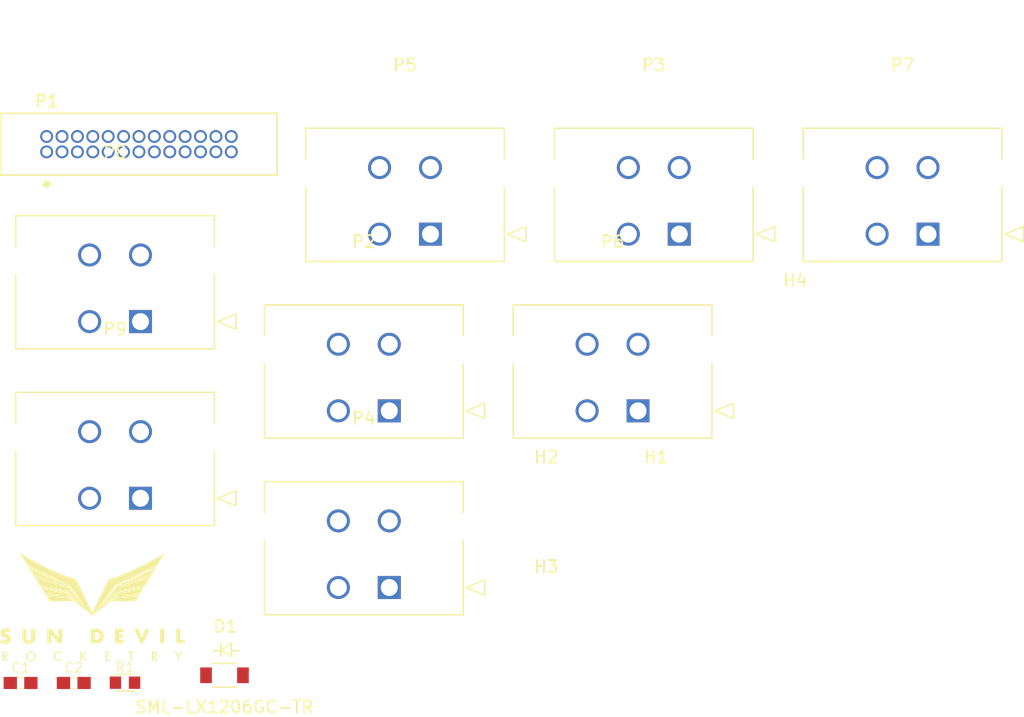
<source format=kicad_pcb>
(kicad_pcb (version 20211014) (generator pcbnew)
  (title_block (title "PT-Hub") (date "2022-06-26") (rev "v01") (company "Sun Devil Rocketry") (comment 1 "Author: Katie Herrington"))
  (layers (0 "F.Cu" signal) (31 "B.Cu" signal) (34 "B.Paste" user) (35 "F.Paste" user) (36 "B.SilkS" user "B.Silkscreen") (37 "F.SilkS" user "F.Silkscreen") (38 "B.Mask" user) (39 "F.Mask" user) (44 "Edge.Cuts" user))
  (net 0 "")
  (net 1 "5V")
  (net 2 "Earth")
  (net 3 "Net-(D1-Pad1)")
  (net 4 "PT1+")
  (net 5 "PT1-")
  (net 6 "PT2+")
  (net 7 "PT2-")
  (net 8 "PT3+")
  (net 9 "PT3-")
  (net 10 "PT4+")
  (net 11 "PT4-")
  (net 12 "PT5+")
  (net 13 "PT5-")
  (net 14 "PT6+")
  (net 15 "PT6-")
  (net 16 "PT7+")
  (net 17 "PT7-")
  (net 18 "PT8+")
  (net 19 "PT8-")
  (footprint "PT-Hub:CAP_0603" (layer "F.Cu") (at 92.02 146.05)
    (fp_text reference "C2" (at 0 -1.27) (layer "F.SilkS") (effects (font (size 0.8 0.8) (thickness 0.0762))))
    (fp_text value "1uF")
    (pad "1" smd rect (at -0.85 0) (size 1.1 1) (layers "F.Cu" "F.Paste" "F.Mask") (net 1 "5V"))
    (pad "2" smd rect (at 0.85 0) (size 1.1 1) (layers "F.Cu" "F.Paste" "F.Mask") (net 2 "Earth"))
  )
  (footprint "PT-Hub:39299043" (layer "F.Cu") (at 138.586584 123.5766)
    (fp_text reference "P6" (at -2.100001 -13.97) (layer "F.SilkS"))
    (fp_text value "39299043" hide)
    (fp_text user "*" (at 0 0) (layer "F.SilkS"))
    (pad "" np_thru_hole circle (at -8.899975 -5.04) (size 2.999999 2.999999) (drill 2.999999) (layers *.Cu *.Mask))
    (pad "" np_thru_hole circle (at 4.699998 -5.04) (size 2.999999 2.999999) (drill 2.999999) (layers *.Cu *.Mask))
    (pad "1" thru_hole rect (at 0 0) (size 1.9 1.9) (drill 1.4) (layers *.Cu *.Mask) (net 1 "5V"))
    (pad "2" thru_hole circle (at -4.199999 0) (size 1.9 1.9) (drill 1.4) (layers *.Cu *.Mask) (net 14 "PT6+"))
    (pad "3" thru_hole circle (at 0 -5.499999) (size 1.9 1.9) (drill 1.4) (layers *.Cu *.Mask) (net 15 "PT6-"))
    (pad "4" thru_hole circle (at -4.199999 -5.499999) (size 1.9 1.9) (drill 1.4) (layers *.Cu *.Mask) (net 2 "Earth"))
  )
  (footprint "PT-Hub:MountingHole_4.3mm_M4_DIN965" (layer "F.Cu") (at 131.0166 141.1966)
    (fp_text reference "H3" (at 0 -4.75) (layer "F.SilkS"))
    (fp_text value "Mounting-Hole")
    (pad "" np_thru_hole circle (at 0 0) (size 4.3 4.3) (drill 4.3) (layers *.Cu *.Mask))
  )
  (footprint "PT-Hub:RES_0603" (layer "F.Cu") (at 96.2466 146.0266)
    (fp_text reference "R1" (at 0 -1.27) (layer "F.SilkS") (effects (font (size 0.8 0.8) (thickness 0.0762))))
    (fp_text value "750")
    (pad "1" smd rect (at -0.79 0) (size 0.94 1.02) (layers "F.Cu" "F.Paste" "F.Mask") (net 2 "Earth"))
    (pad "2" smd rect (at 0.79 0) (size 0.94 1.02) (layers "F.Cu" "F.Paste" "F.Mask") (net 3 "Net-(D1-Pad1)"))
  )
  (footprint "PT-Hub:20021511-00026T4LF" (layer "F.Cu") (at 97.4001 101.5551)
    (fp_text reference "P1" (at -7.62 -3.556) (layer "F.SilkS") (effects (font (size 0.9906 0.9906) (thickness 0.1778))))
    (fp_text value "20021511-00026T4LF")
    (pad "1" thru_hole circle (at -7.62 0.635) (size 1.0668 1.0668) (drill 0.7366) (layers *.Cu *.Mask) (net 1 "5V"))
    (pad "2" thru_hole circle (at -7.62 -0.635) (size 1.0668 1.0668) (drill 0.7366) (layers *.Cu *.Mask) (net 1 "5V"))
    (pad "3" thru_hole circle (at -6.35 0.635) (size 1.0668 1.0668) (drill 0.7366) (layers *.Cu *.Mask) (net 1 "5V"))
    (pad "4" thru_hole circle (at -6.35 -0.635) (size 1.0668 1.0668) (drill 0.7366) (layers *.Cu *.Mask) (net 1 "5V"))
    (pad "5" thru_hole circle (at -5.08 0.635) (size 1.0668 1.0668) (drill 0.7366) (layers *.Cu *.Mask) (net 4 "PT1+"))
    (pad "6" thru_hole circle (at -5.08 -0.635) (size 1.0668 1.0668) (drill 0.7366) (layers *.Cu *.Mask) (net 5 "PT1-"))
    (pad "7" thru_hole circle (at -3.81 0.635) (size 1.0668 1.0668) (drill 0.7366) (layers *.Cu *.Mask) (net 6 "PT2+"))
    (pad "8" thru_hole circle (at -3.81 -0.635) (size 1.0668 1.0668) (drill 0.7366) (layers *.Cu *.Mask) (net 7 "PT2-"))
    (pad "9" thru_hole circle (at -2.54 0.635) (size 1.0668 1.0668) (drill 0.7366) (layers *.Cu *.Mask) (net 8 "PT3+"))
    (pad "10" thru_hole circle (at -2.54 -0.635) (size 1.0668 1.0668) (drill 0.7366) (layers *.Cu *.Mask) (net 9 "PT3-"))
    (pad "11" thru_hole circle (at -1.27 0.635) (size 1.0668 1.0668) (drill 0.7366) (layers *.Cu *.Mask) (net 10 "PT4+"))
    (pad "12" thru_hole circle (at -1.27 -0.635) (size 1.0668 1.0668) (drill 0.7366) (layers *.Cu *.Mask) (net 11 "PT4-"))
    (pad "13" thru_hole circle (at 0 0.635) (size 1.0668 1.0668) (drill 0.7366) (layers *.Cu *.Mask) (net 12 "PT5+"))
    (pad "14" thru_hole circle (at 0 -0.635) (size 1.0668 1.0668) (drill 0.7366) (layers *.Cu *.Mask) (net 13 "PT5-"))
    (pad "15" thru_hole circle (at 1.27 0.635) (size 1.0668 1.0668) (drill 0.7366) (layers *.Cu *.Mask) (net 14 "PT6+"))
    (pad "16" thru_hole circle (at 1.27 -0.635) (size 1.0668 1.0668) (drill 0.7366) (layers *.Cu *.Mask) (net 15 "PT6-"))
    (pad "17" thru_hole circle (at 2.54 0.635) (size 1.0668 1.0668) (drill 0.7366) (layers *.Cu *.Mask) (net 16 "PT7+"))
    (pad "18" thru_hole circle (at 2.54 -0.635) (size 1.0668 1.0668) (drill 0.7366) (layers *.Cu *.Mask) (net 17 "PT7-"))
    (pad "19" thru_hole circle (at 3.81 0.635) (size 1.0668 1.0668) (drill 0.7366) (layers *.Cu *.Mask) (net 18 "PT8+"))
    (pad "20" thru_hole circle (at 3.81 -0.635) (size 1.0668 1.0668) (drill 0.7366) (layers *.Cu *.Mask) (net 19 "PT8-"))
    (pad "21" thru_hole circle (at 5.08 0.635) (size 1.0668 1.0668) (drill 0.7366) (layers *.Cu *.Mask) (net 2 "Earth"))
    (pad "22" thru_hole circle (at 5.08 -0.635) (size 1.0668 1.0668) (drill 0.7366) (layers *.Cu *.Mask) (net 2 "Earth"))
    (pad "23" thru_hole circle (at 6.35 0.635) (size 1.0668 1.0668) (drill 0.7366) (layers *.Cu *.Mask) (net 2 "Earth"))
    (pad "24" thru_hole circle (at 6.35 -0.635) (size 1.0668 1.0668) (drill 0.7366) (layers *.Cu *.Mask) (net 2 "Earth"))
    (pad "25" thru_hole circle (at 7.62 0.635) (size 1.0668 1.0668) (drill 0.7366) (layers *.Cu *.Mask) (net 2 "Earth"))
    (pad "26" thru_hole circle (at 7.62 -0.635) (size 1.0668 1.0668) (drill 0.7366) (layers *.Cu *.Mask) (net 2 "Earth"))
  )
  (footprint "PT-Hub:MountingHole_4.3mm_M4_DIN965" (layer "F.Cu") (at 140.0666 132.1466)
    (fp_text reference "H1" (at 0 -4.75) (layer "F.SilkS"))
    (fp_text value "Mounting-Hole")
    (pad "" np_thru_hole circle (at 0 0) (size 4.3 4.3) (drill 4.3) (layers *.Cu *.Mask))
  )
  (footprint "PT-Hub:39299043" (layer "F.Cu") (at 141.986584 108.9866)
    (fp_text reference "P3" (at -2.100001 -13.97) (layer "F.SilkS"))
    (fp_text value "39299043" hide)
    (fp_text user "*" (at 0 0) (layer "F.SilkS"))
    (pad "" np_thru_hole circle (at 4.699998 -5.04) (size 2.999999 2.999999) (drill 2.999999) (layers *.Cu *.Mask))
    (pad "" np_thru_hole circle (at -8.899975 -5.04) (size 2.999999 2.999999) (drill 2.999999) (layers *.Cu *.Mask))
    (pad "1" thru_hole rect (at 0 0) (size 1.9 1.9) (drill 1.4) (layers *.Cu *.Mask) (net 1 "5V"))
    (pad "2" thru_hole circle (at -4.199999 0) (size 1.9 1.9) (drill 1.4) (layers *.Cu *.Mask) (net 16 "PT7+"))
    (pad "3" thru_hole circle (at 0 -5.499999) (size 1.9 1.9) (drill 1.4) (layers *.Cu *.Mask) (net 17 "PT7-"))
    (pad "4" thru_hole circle (at -4.199999 -5.499999) (size 1.9 1.9) (drill 1.4) (layers *.Cu *.Mask) (net 2 "Earth"))
  )
  (footprint "PT-Hub:39299043" (layer "F.Cu") (at 97.526584 116.2066)
    (fp_text reference "P8" (at -2.100001 -13.97) (layer "F.SilkS"))
    (fp_text value "39299043" hide)
    (fp_text user "*" (at 0 0) (layer "F.SilkS"))
    (pad "" np_thru_hole circle (at 4.699998 -5.04) (size 2.999999 2.999999) (drill 2.999999) (layers *.Cu *.Mask))
    (pad "" np_thru_hole circle (at -8.899975 -5.04) (size 2.999999 2.999999) (drill 2.999999) (layers *.Cu *.Mask))
    (pad "1" thru_hole rect (at 0 0) (size 1.9 1.9) (drill 1.4) (layers *.Cu *.Mask) (net 1 "5V"))
    (pad "2" thru_hole circle (at -4.199999 0) (size 1.9 1.9) (drill 1.4) (layers *.Cu *.Mask) (net 10 "PT4+"))
    (pad "3" thru_hole circle (at 0 -5.499999) (size 1.9 1.9) (drill 1.4) (layers *.Cu *.Mask) (net 11 "PT4-"))
    (pad "4" thru_hole circle (at -4.199999 -5.499999) (size 1.9 1.9) (drill 1.4) (layers *.Cu *.Mask) (net 2 "Earth"))
  )
  (footprint "PT-Hub:CAP_0603" (layer "F.Cu") (at 87.63 146.05)
    (fp_text reference "C1" (at 0 -1.27) (layer "F.SilkS") (effects (font (size 0.8 0.8) (thickness 0.0762))))
    (fp_text value "1uF")
    (pad "1" smd rect (at -0.85 0) (size 1.1 1) (layers "F.Cu" "F.Paste" "F.Mask") (net 1 "5V"))
    (pad "2" smd rect (at 0.85 0) (size 1.1 1) (layers "F.Cu" "F.Paste" "F.Mask") (net 2 "Earth"))
  )
  (footprint "PT-Hub:39299043" (layer "F.Cu") (at 118.056584 123.5766)
    (fp_text reference "P2" (at -2.100001 -13.97) (layer "F.SilkS"))
    (fp_text value "39299043" hide)
    (fp_text user "*" (at 0 0) (layer "F.SilkS"))
    (pad "" np_thru_hole circle (at 4.699998 -5.04) (size 2.999999 2.999999) (drill 2.999999) (layers *.Cu *.Mask))
    (pad "" np_thru_hole circle (at -8.899975 -5.04) (size 2.999999 2.999999) (drill 2.999999) (layers *.Cu *.Mask))
    (pad "1" thru_hole rect (at 0 0) (size 1.9 1.9) (drill 1.4) (layers *.Cu *.Mask) (net 1 "5V"))
    (pad "2" thru_hole circle (at -4.199999 0) (size 1.9 1.9) (drill 1.4) (layers *.Cu *.Mask) (net 12 "PT5+"))
    (pad "3" thru_hole circle (at 0 -5.499999) (size 1.9 1.9) (drill 1.4) (layers *.Cu *.Mask) (net 13 "PT5-"))
    (pad "4" thru_hole circle (at -4.199999 -5.499999) (size 1.9 1.9) (drill 1.4) (layers *.Cu *.Mask) (net 2 "Earth"))
  )
  (footprint "PT-Hub:SML-LX1206GC-TR" (layer "F.Cu") (at 104.4572 145.4132)
    (fp_text reference "D1" (at 0.0762 -4.0386) (layer "F.SilkS"))
    (fp_text value "SML-LX1206GC-TR" (at 0 2.6162) (layer "F.SilkS"))
    (pad "1" smd rect (at -1.524 0) (size 0.9652 1.2954) (layers "F.Cu" "F.Paste" "F.Mask") (net 3 "Net-(D1-Pad1)"))
    (pad "2" smd rect (at 1.524 0) (size 0.9652 1.2954) (layers "F.Cu" "F.Paste" "F.Mask") (net 1 "5V"))
  )
  (footprint "PT-Hub:MountingHole_4.3mm_M4_DIN965" (layer "F.Cu") (at 151.5466 117.5566)
    (fp_text reference "H4" (at 0 -4.75) (layer "F.SilkS"))
    (fp_text value "Mounting-Hole")
    (pad "" np_thru_hole circle (at 0 0) (size 4.3 4.3) (drill 4.3) (layers *.Cu *.Mask))
  )
  (footprint "PT-Hub:39299043" (layer "F.Cu") (at 121.456584 108.9866)
    (fp_text reference "P5" (at -2.100001 -13.97) (layer "F.SilkS"))
    (fp_text value "39299043" hide)
    (fp_text user "*" (at 0 0) (layer "F.SilkS"))
    (pad "" np_thru_hole circle (at -8.899975 -5.04) (size 2.999999 2.999999) (drill 2.999999) (layers *.Cu *.Mask))
    (pad "" np_thru_hole circle (at 4.699998 -5.04) (size 2.999999 2.999999) (drill 2.999999) (layers *.Cu *.Mask))
    (pad "1" thru_hole rect (at 0 0) (size 1.9 1.9) (drill 1.4) (layers *.Cu *.Mask) (net 1 "5V"))
    (pad "2" thru_hole circle (at -4.199999 0) (size 1.9 1.9) (drill 1.4) (layers *.Cu *.Mask) (net 8 "PT3+"))
    (pad "3" thru_hole circle (at 0 -5.499999) (size 1.9 1.9) (drill 1.4) (layers *.Cu *.Mask) (net 9 "PT3-"))
    (pad "4" thru_hole circle (at -4.199999 -5.499999) (size 1.9 1.9) (drill 1.4) (layers *.Cu *.Mask) (net 2 "Earth"))
  )
  (footprint "PT-Hub:39299043" (layer "F.Cu") (at 118.056584 138.1666)
    (fp_text reference "P4" (at -2.100001 -13.97) (layer "F.SilkS"))
    (fp_text value "39299043" hide)
    (fp_text user "*" (at 0 0) (layer "F.SilkS"))
    (pad "" np_thru_hole circle (at -8.899975 -5.04) (size 2.999999 2.999999) (drill 2.999999) (layers *.Cu *.Mask))
    (pad "" np_thru_hole circle (at 4.699998 -5.04) (size 2.999999 2.999999) (drill 2.999999) (layers *.Cu *.Mask))
    (pad "1" thru_hole rect (at 0 0) (size 1.9 1.9) (drill 1.4) (layers *.Cu *.Mask) (net 1 "5V"))
    (pad "2" thru_hole circle (at -4.199999 0) (size 1.9 1.9) (drill 1.4) (layers *.Cu *.Mask) (net 4 "PT1+"))
    (pad "3" thru_hole circle (at 0 -5.499999) (size 1.9 1.9) (drill 1.4) (layers *.Cu *.Mask) (net 5 "PT1-"))
    (pad "4" thru_hole circle (at -4.199999 -5.499999) (size 1.9 1.9) (drill 1.4) (layers *.Cu *.Mask) (net 2 "Earth"))
  )
  (footprint "PT-Hub:Logo" (layer "F.Cu") (at 93.543473 139.53252)
    (fp_text reference "LOGO1" hide)
    (fp_text value "Logo" hide)
  )
  (footprint "PT-Hub:39299043" (layer "F.Cu") (at 162.516584 108.9866)
    (fp_text reference "P7" (at -2.100001 -13.97) (layer "F.SilkS"))
    (fp_text value "39299043" hide)
    (fp_text user "*" (at 0 0) (layer "F.SilkS"))
    (pad "" np_thru_hole circle (at -8.899975 -5.04) (size 2.999999 2.999999) (drill 2.999999) (layers *.Cu *.Mask))
    (pad "" np_thru_hole circle (at 4.699998 -5.04) (size 2.999999 2.999999) (drill 2.999999) (layers *.Cu *.Mask))
    (pad "1" thru_hole rect (at 0 0) (size 1.9 1.9) (drill 1.4) (layers *.Cu *.Mask) (net 1 "5V"))
    (pad "2" thru_hole circle (at -4.199999 0) (size 1.9 1.9) (drill 1.4) (layers *.Cu *.Mask) (net 6 "PT2+"))
    (pad "3" thru_hole circle (at 0 -5.499999) (size 1.9 1.9) (drill 1.4) (layers *.Cu *.Mask) (net 7 "PT2-"))
    (pad "4" thru_hole circle (at -4.199999 -5.499999) (size 1.9 1.9) (drill 1.4) (layers *.Cu *.Mask) (net 2 "Earth"))
  )
  (footprint "PT-Hub:MountingHole_4.3mm_M4_DIN965" (layer "F.Cu") (at 131.0166 132.1466)
    (fp_text reference "H2" (at 0 -4.75) (layer "F.SilkS"))
    (fp_text value "Mounting-Hole")
    (pad "" np_thru_hole circle (at 0 0) (size 4.3 4.3) (drill 4.3) (layers *.Cu *.Mask))
  )
  (footprint "PT-Hub:39299043" (layer "F.Cu") (at 97.526584 130.7966)
    (fp_text reference "P9" (at -2.100001 -13.97) (layer "F.SilkS"))
    (fp_text value "39299043" hide)
    (fp_text user "*" (at 0 0) (layer "F.SilkS"))
    (pad "" np_thru_hole circle (at 4.699998 -5.04) (size 2.999999 2.999999) (drill 2.999999) (layers *.Cu *.Mask))
    (pad "" np_thru_hole circle (at -8.899975 -5.04) (size 2.999999 2.999999) (drill 2.999999) (layers *.Cu *.Mask))
    (pad "1" thru_hole rect (at 0 0) (size 1.9 1.9) (drill 1.4) (layers *.Cu *.Mask) (net 1 "5V"))
    (pad "2" thru_hole circle (at -4.199999 0) (size 1.9 1.9) (drill 1.4) (layers *.Cu *.Mask) (net 18 "PT8+"))
    (pad "3" thru_hole circle (at 0 -5.499999) (size 1.9 1.9) (drill 1.4) (layers *.Cu *.Mask) (net 19 "PT8-"))
    (pad "4" thru_hole circle (at -4.199999 -5.499999) (size 1.9 1.9) (drill 1.4) (layers *.Cu *.Mask) (net 2 "Earth"))
  )
)
</source>
